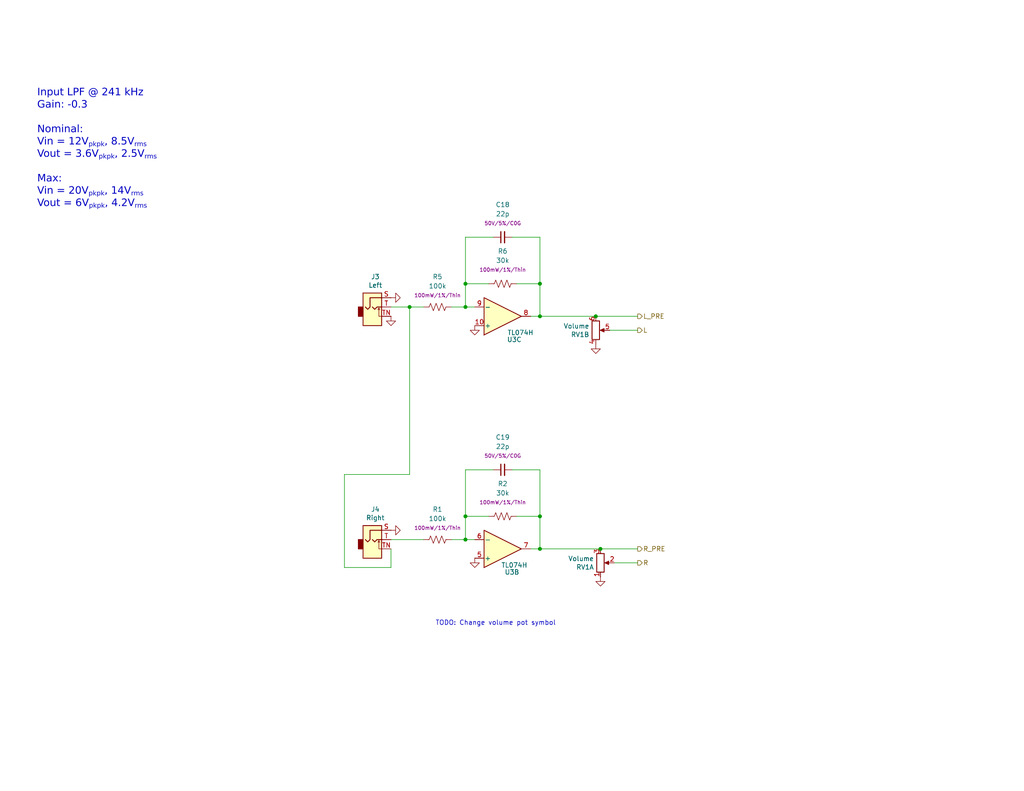
<source format=kicad_sch>
(kicad_sch (version 20231120) (generator "eeschema") (generator_version "8.0")
  (paper "USLetter")
  (title_block (title "Speak to Me") (date "2024-08-28") (rev "v10") (company "Winterbloom") (comment 1 "Alethea Flowers") (comment 2 "CERN-OHL-P v2") (comment 3 "speak.wntr.dev"))
  (lib_symbols
    (symbol "Device:C_Small" (pin_numbers hide) (pin_names (offset 0.254) hide)
      (property "Reference" "C" (at 0.254 1.778 0))
      (property "Value" "C_Small" (at 0.254 -2.032 0))
      (symbol "C_Small_0_1"
        (polyline (pts (xy -1.524 -0.508) (xy 1.524 -0.508)) (stroke (width 0.3302)))
        (polyline (pts (xy -1.524 0.508) (xy 1.524 0.508)) (stroke (width 0.3048)))
      )
      (symbol "C_Small_1_1"
        (pin passive line (at 0 2.54 270) (length 2.032) (name "~") (number "1"))
        (pin passive line (at 0 -2.54 90) (length 2.032) (name "~") (number "2"))
      )
    )
    (symbol "Device:R_POT_Dual_Separate" (pin_names (offset 1.016) hide)
      (property "Reference" "RV" (at -4.445 0 90))
      (property "Value" "Device_R_POT_Dual_Separate" (at -2.54 0 90))
      (symbol "R_POT_Dual_Separate_0_1"
        (polyline (pts (xy 2.54 0) (xy 1.524 0)))
        (polyline (pts (xy 1.143 0) (xy 2.286 0.508) (xy 2.286 -0.508) (xy 1.143 0)) (fill (type outline)))
        (rectangle (start 1.016 2.54) (end -1.016 -2.54) (stroke (width 0.254)))
      )
      (symbol "R_POT_Dual_Separate_1_1"
        (pin passive line (at 0 3.81 270) (length 1.27) (name "1") (number "1"))
        (pin passive line (at 3.81 0 180) (length 1.27) (name "2") (number "2"))
        (pin passive line (at 0 -3.81 90) (length 1.27) (name "3") (number "3"))
      )
      (symbol "R_POT_Dual_Separate_2_1"
        (pin passive line (at 0 3.81 270) (length 1.27) (name "4") (number "4"))
        (pin passive line (at 3.81 0 180) (length 1.27) (name "5") (number "5"))
        (pin passive line (at 0 -3.81 90) (length 1.27) (name "6") (number "6"))
      )
    )
    (symbol "Device:R_US" (pin_numbers hide) (pin_names (offset 0))
      (property "Reference" "R" (at 2.54 0 90))
      (property "Value" "R_US" (at -2.54 0 90))
      (symbol "R_US_0_1"
        (polyline (pts (xy 0 -2.286) (xy 0 -2.54)))
        (polyline (pts (xy 0 2.286) (xy 0 2.54)))
        (polyline (pts (xy 0 -0.762) (xy 1.016 -1.143) (xy 0 -1.524) (xy -1.016 -1.905) (xy 0 -2.286)))
        (polyline (pts (xy 0 0.762) (xy 1.016 0.381) (xy 0 0) (xy -1.016 -0.381) (xy 0 -0.762)))
        (polyline (pts (xy 0 2.286) (xy 1.016 1.905) (xy 0 1.524) (xy -1.016 1.143) (xy 0 0.762)))
      )
      (symbol "R_US_1_1"
        (pin passive line (at 0 3.81 270) (length 1.27) (name "~") (number "1"))
        (pin passive line (at 0 -3.81 90) (length 1.27) (name "~") (number "2"))
      )
    )
    (symbol "power:GND" (power) (pin_numbers hide) (pin_names (offset 0) hide)
      (property "Value" "GND" (at 0 -3.81 0))
      (symbol "GND_0_1"
        (polyline (pts (xy 0 0) (xy 0 -1.27) (xy 1.27 -1.27) (xy 0 -2.54) (xy -1.27 -1.27) (xy 0 -1.27)))
      )
      (symbol "GND_1_1"
        (pin power_in line (at 0 0 270) (length 0) (name "~") (number "1"))
      )
    )
    (symbol "winterbloom:Eurorack_Mono_Jack" (pin_names hide)
      (property "Reference" "J" (at 3.302 -4.064 0))
      (property "Value" "Eurorack_Mono_Jack" (at 0 5.08 0))
      (symbol "Eurorack_Mono_Jack_0_1"
        (rectangle (start -2.54 -5.08) (end 2.54 3.81) (stroke (width 0.254)) (fill (type background)))
        (polyline (pts (xy -1.778 -1.016) (xy -2.032 -0.508)))
        (polyline (pts (xy -2.54 1.27) (xy -1.778 1.27) (xy -1.778 -1.016) (xy -1.524 -0.508)))
        (polyline (pts (xy 0 -1.27) (xy -0.635 -0.635) (xy -1.27 -1.27) (xy -2.54 -1.27)) (stroke (width 0.254)))
        (polyline (pts (xy -2.54 -3.81) (xy 0.635 -3.81) (xy 0.635 -1.27) (xy 1.27 -0.635) (xy 1.905 -1.27)) (stroke (width 0.254)))
        (rectangle (start 2.54 -1.27) (end 3.81 1.27) (stroke (width 0.254)) (fill (type outline)))
      )
      (symbol "Eurorack_Mono_Jack_1_1"
        (pin passive line (at -5.08 -3.81 0) (length 2.54) (name "Sleeve") (number "S"))
        (pin passive line (at -5.08 -1.27 0) (length 2.54) (name "Tip") (number "T"))
        (pin passive line (at -5.08 1.27 0) (length 2.54) (name "Tip_normalize") (number "TN"))
      )
    )
    (symbol "winterbloom:TL074" (pin_names (offset 0.127))
      (property "Reference" "U" (at 0 3.81 0))
      (property "Value" "TL074" (at 0 -3.81 0))
      (symbol "TL074_1_1"
        (polyline (pts (xy -5.08 5.08) (xy 5.08 0) (xy -5.08 -5.08) (xy -5.08 5.08)) (stroke (width 0.254)) (fill (type background)))
        (pin output line (at 7.62 0 180) (length 2.54) (name "~") (number "1"))
        (pin input line (at -7.62 -2.54 0) (length 2.54) (name "-") (number "2"))
        (pin input line (at -7.62 2.54 0) (length 2.54) (name "+") (number "3"))
      )
      (symbol "TL074_2_1"
        (polyline (pts (xy -5.08 5.08) (xy 5.08 0) (xy -5.08 -5.08) (xy -5.08 5.08)) (stroke (width 0.254)) (fill (type background)))
        (pin input line (at -7.62 2.54 0) (length 2.54) (name "+") (number "5"))
        (pin input line (at -7.62 -2.54 0) (length 2.54) (name "-") (number "6"))
        (pin output line (at 7.62 0 180) (length 2.54) (name "~") (number "7"))
      )
      (symbol "TL074_3_1"
        (polyline (pts (xy -5.08 5.08) (xy 5.08 0) (xy -5.08 -5.08) (xy -5.08 5.08)) (stroke (width 0.254)) (fill (type background)))
        (pin input line (at -7.62 2.54 0) (length 2.54) (name "+") (number "10"))
        (pin output line (at 7.62 0 180) (length 2.54) (name "~") (number "8"))
        (pin input line (at -7.62 -2.54 0) (length 2.54) (name "-") (number "9"))
      )
      (symbol "TL074_4_1"
        (polyline (pts (xy -5.08 5.08) (xy 5.08 0) (xy -5.08 -5.08) (xy -5.08 5.08)) (stroke (width 0.254)) (fill (type background)))
        (pin input line (at -7.62 2.54 0) (length 2.54) (name "+") (number "12"))
        (pin input line (at -7.62 -2.54 0) (length 2.54) (name "-") (number "13"))
        (pin output line (at 7.62 0 180) (length 2.54) (name "~") (number "14"))
      )
      (symbol "TL074_5_1"
        (polyline (pts (xy -5.08 5.08) (xy 5.08 0) (xy -5.08 -5.08) (xy -5.08 5.08)) (stroke (width 0.254)) (fill (type background)))
        (pin power_in line (at -2.54 -7.62 90) (length 3.81) (name "V-") (number "11"))
        (pin power_in line (at -2.54 7.62 270) (length 3.81) (name "V+") (number "4"))
      )
    )
  )
  (junction (at 163.83 149.86))
  (junction (at 147.32 140.97))
  (junction (at 162.56 86.36))
  (junction (at 127 147.32))
  (junction (at 147.32 149.86))
  (junction (at 127 140.97))
  (junction (at 147.32 77.47))
  (junction (at 111.76 83.82))
  (junction (at 147.32 86.36))
  (junction (at 127 77.47))
  (junction (at 127 83.82))
  (wire (pts (xy 140.97 77.47) (xy 147.32 77.47)))
  (wire (pts (xy 147.32 128.27) (xy 147.32 140.97)))
  (wire (pts (xy 129.54 147.32) (xy 127 147.32)))
  (wire (pts (xy 147.32 86.36) (xy 162.56 86.36)))
  (wire (pts (xy 93.98 129.54) (xy 93.98 154.94)))
  (wire (pts (xy 144.78 86.36) (xy 147.32 86.36)))
  (wire (pts (xy 127 83.82) (xy 123.19 83.82)))
  (wire (pts (xy 106.68 147.32) (xy 115.57 147.32)))
  (wire (pts (xy 173.99 153.67) (xy 167.64 153.67)))
  (wire (pts (xy 163.83 149.86) (xy 173.99 149.86)))
  (wire (pts (xy 147.32 64.77) (xy 147.32 77.47)))
  (wire (pts (xy 127 147.32) (xy 123.19 147.32)))
  (wire (pts (xy 127 77.47) (xy 127 83.82)))
  (wire (pts (xy 106.68 154.94) (xy 93.98 154.94)))
  (wire (pts (xy 111.76 83.82) (xy 111.76 129.54)))
  (wire (pts (xy 147.32 149.86) (xy 163.83 149.86)))
  (wire (pts (xy 127 140.97) (xy 127 147.32)))
  (wire (pts (xy 127 64.77) (xy 127 77.47)))
  (wire (pts (xy 129.54 83.82) (xy 127 83.82)))
  (wire (pts (xy 140.97 140.97) (xy 147.32 140.97)))
  (wire (pts (xy 106.68 149.86) (xy 106.68 154.94)))
  (wire (pts (xy 134.62 128.27) (xy 127 128.27)))
  (wire (pts (xy 133.35 77.47) (xy 127 77.47)))
  (wire (pts (xy 93.98 129.54) (xy 111.76 129.54)))
  (wire (pts (xy 147.32 149.86) (xy 144.78 149.86)))
  (wire (pts (xy 139.7 64.77) (xy 147.32 64.77)))
  (wire (pts (xy 133.35 140.97) (xy 127 140.97)))
  (wire (pts (xy 106.68 83.82) (xy 111.76 83.82)))
  (wire (pts (xy 162.56 86.36) (xy 173.99 86.36)))
  (wire (pts (xy 139.7 128.27) (xy 147.32 128.27)))
  (wire (pts (xy 147.32 140.97) (xy 147.32 149.86)))
  (wire (pts (xy 127 64.77) (xy 134.62 64.77)))
  (wire (pts (xy 147.32 77.47) (xy 147.32 86.36)))
  (wire (pts (xy 173.99 90.17) (xy 166.37 90.17)))
  (wire (pts (xy 111.76 83.82) (xy 115.57 83.82)))
  (wire (pts (xy 127 128.27) (xy 127 140.97)))
  (text "Input LPF @ 241 kHz\nGain: -0.3\n\nNominal:\nVin = 12V_{pkpk}, 8.5V_{rms}\nVout = 3.6V_{pkpk}, 2.5V_{rms}\n\nMax:\nVin = 20V_{pkpk}, 14V_{rms}\nVout = 6V_{pkpk}, 4.2V_{rms}" (at 10.16 24.765 0) (effects (font (size 2 2)) (justify left top)))
  (text "TODO: Change volume pot symbol" (at 135.255 170.18 0) (effects (font (size 1.27 1.27))))
  (hierarchical_label "L" (shape output) (at 173.99 90.17 0))
  (hierarchical_label "L_PRE" (shape output) (at 173.99 86.36 0))
  (hierarchical_label "R_PRE" (shape output) (at 173.99 149.86 0))
  (hierarchical_label "R" (shape output) (at 173.99 153.67 0))
  (symbol (lib_id "power:GND") (at 106.68 144.78 90) (unit 1)
    (property "Reference" "#PWR05" (effects (hide yes)))
    (property "Value" "GND" (effects (hide yes)))
    (property "Description" "Power symbol creates a global label with name \"GND\" , ground" (effects (hide yes)))
  )
  (symbol (lib_id "power:GND") (at 129.54 152.4 0) (unit 1)
    (property "Reference" "#PWR013" (effects (hide yes)))
    (property "Value" "GND" (effects (hide yes)))
    (property "Description" "Power symbol creates a global label with name \"GND\" , ground" (effects (hide yes)))
  )
  (symbol (lib_id "Device:C_Small") (at 137.16 64.77 90) (unit 1)
    (property "Reference" "C18" (at 137.1663 55.88 90))
    (property "Value" "22p" (at 137.1663 58.42 90))
    (property "Footprint" "winterbloom:C_0603_HandSolder" (effects (hide yes)))
    (property "Notes" "Audio path" (effects (hide yes)))
    (property "Rating" "50V/5%/C0G" (at 137.1663 60.96 90) (effects (font (size 1 1))))
    (property "MPN" "CL10C220JB8NNNC" (effects (hide yes)))
    (property "LCSC" "C1653" (effects (hide yes)))
    (property "Substitutes Allowed" "Yes" (effects (hide yes)))
  )
  (symbol (lib_id "winterbloom:TL074") (at 137.16 86.36 0) (mirror x) (unit 3)
    (property "Reference" "U3" (at 140.335 92.71 0))
    (property "Value" "TL074H" (at 138.43 90.805 0) (effects (justify left)))
    (property "Footprint" "Package_SO:TSSOP-14_4.4x5mm_P0.65mm" (effects (hide yes)))
    (property "Datasheet" "https://www.ti.com/lit/ds/symlink/tl071.pdf" (effects (hide yes)))
    (property "Description" "Low-Power, Quad-Operational Amplifiers, TSSOP-14" (effects (hide yes)))
    (property "MPN" "TL074CPW" (effects (hide yes)))
    (property "Substitutes Allowed" "No" (effects (hide yes)))
  )
  (symbol (lib_id "power:GND") (at 106.68 86.36 0) (unit 1)
    (property "Reference" "#PWR03" (effects (hide yes)))
    (property "Value" "GND" (effects (hide yes)))
    (property "Description" "Power symbol creates a global label with name \"GND\" , ground" (effects (hide yes)))
  )
  (symbol (lib_id "Device:R_US") (at 119.38 83.82 90) (unit 1)
    (property "Reference" "R5" (at 119.38 75.565 90))
    (property "Value" "100k" (at 119.38 78.105 90))
    (property "Footprint" "winterbloom:R_0603_HandSolder" (effects (hide yes)))
    (property "Rating" "100mW/1%/Thin" (at 119.38 80.645 90) (effects (font (size 1 1))))
    (property "LCSC" "C728638" (effects (hide yes)))
    (property "Substitutes Allowed" "Yes" (effects (hide yes)))
    (property "MPN" "RT0603FRE07100KL" (effects (hide yes)))
  )
  (symbol (lib_id "Device:C_Small") (at 137.16 128.27 90) (unit 1)
    (property "Reference" "C19" (at 137.1663 119.38 90))
    (property "Value" "22p" (at 137.1663 121.92 90))
    (property "Footprint" "winterbloom:C_0603_HandSolder" (effects (hide yes)))
    (property "Notes" "Audio path" (effects (hide yes)))
    (property "Rating" "50V/5%/C0G" (at 137.1663 124.46 90) (effects (font (size 1 1))))
    (property "MPN" "CL10C220JB8NNNC" (effects (hide yes)))
    (property "LCSC" "C1653" (effects (hide yes)))
    (property "Substitutes Allowed" "Yes" (effects (hide yes)))
  )
  (symbol (lib_id "Device:R_US") (at 119.38 147.32 90) (unit 1)
    (property "Reference" "R1" (at 119.38 139.065 90))
    (property "Value" "100k" (at 119.38 141.605 90))
    (property "Footprint" "winterbloom:R_0603_HandSolder" (effects (hide yes)))
    (property "Rating" "100mW/1%/Thin" (at 119.38 144.145 90) (effects (font (size 1 1))))
    (property "LCSC" "C728638" (effects (hide yes)))
    (property "Substitutes Allowed" "Yes" (effects (hide yes)))
    (property "MPN" "RT0603FRE07100KL" (effects (hide yes)))
  )
  (symbol (lib_id "Device:R_POT_Dual_Separate") (at 162.56 90.17 0) (mirror x) (unit 2)
    (property "Reference" "RV1" (at 160.8074 91.3384 0) (effects (justify right)))
    (property "Value" "Volume" (at 160.8074 89.027 0) (effects (justify right)))
    (property "Footprint" "Potentiometer_THT:Potentiometer_Alpha_RD902F-40-00D_Dual_Vertical" (effects (hide yes)))
    (property "MPN" "Thonk 9mm B10k DUAL GANG" (effects (hide yes)))
  )
  (symbol (lib_id "power:GND") (at 162.56 93.98 0) (unit 1)
    (property "Reference" "#PWR09" (effects (hide yes)))
    (property "Value" "GND" (effects (hide yes)))
    (property "Description" "Power symbol creates a global label with name \"GND\" , ground" (effects (hide yes)))
  )
  (symbol (lib_id "winterbloom:Eurorack_Mono_Jack") (at 101.6 148.59 180) (unit 1)
    (property "Reference" "J4" (at 102.4128 139.065 0))
    (property "Value" "Right" (at 102.4128 141.3764 0))
    (property "Footprint" "winterbloom:AudioJack_WQP518MA_Compact_S_LongPads" (effects (hide yes)))
    (property "Datasheet" "http://www.qingpu-electronics.com/en/products/WQP-PJ398SM-362.html" (effects (hide yes)))
    (property "Description" "Eurorack vertical jack, 2 Poles (Mono / TS), Switched T Pole (Normalling)" (effects (hide yes)))
    (property "MPN" "WQP-WQP518MA" (effects (hide yes)))
  )
  (symbol (lib_id "winterbloom:Eurorack_Mono_Jack") (at 101.6 85.09 180) (unit 1)
    (property "Reference" "J3" (at 102.4128 75.565 0))
    (property "Value" "Left" (at 102.4128 77.8764 0))
    (property "Footprint" "winterbloom:AudioJack_WQP518MA_Compact_S_LongPads" (effects (hide yes)))
    (property "Datasheet" "http://www.qingpu-electronics.com/en/products/WQP-PJ398SM-362.html" (effects (hide yes)))
    (property "Description" "Eurorack vertical jack, 2 Poles (Mono / TS), Switched T Pole (Normalling)" (effects (hide yes)))
    (property "MPN" "WQP-WQP518MA" (effects (hide yes)))
  )
  (symbol (lib_id "winterbloom:TL074") (at 137.16 149.86 0) (mirror x) (unit 2)
    (property "Reference" "U3" (at 139.7 156.21 0))
    (property "Value" "TL074H" (at 140.335 154.305 0))
    (property "Footprint" "Package_SO:TSSOP-14_4.4x5mm_P0.65mm" (effects (hide yes)))
    (property "Datasheet" "https://www.ti.com/lit/ds/symlink/tl071.pdf" (effects (hide yes)))
    (property "Description" "Low-Power, Quad-Operational Amplifiers, TSSOP-14" (effects (hide yes)))
    (property "MPN" "TL074CPW" (effects (hide yes)))
    (property "Substitutes Allowed" "No" (effects (hide yes)))
  )
  (symbol (lib_id "power:GND") (at 106.68 81.28 90) (unit 1)
    (property "Reference" "#PWR04" (effects (hide yes)))
    (property "Value" "GND" (effects (hide yes)))
    (property "Description" "Power symbol creates a global label with name \"GND\" , ground" (effects (hide yes)))
  )
  (symbol (lib_id "Device:R_US") (at 137.16 140.97 90) (unit 1)
    (property "Reference" "R2" (at 137.16 132.08 90))
    (property "Value" "30k" (at 137.16 134.62 90))
    (property "Footprint" "winterbloom:R_0603_HandSolder" (effects (hide yes)))
    (property "Rating" "100mW/1%/Thin" (at 137.16 137.16 90) (effects (font (size 1 1))))
    (property "LCSC" "C863737" (effects (hide yes)))
    (property "Substitutes Allowed" "Yes" (effects (hide yes)))
    (property "MPN" "RT0603FRE0730KL" (effects (hide yes)))
  )
  (symbol (lib_id "Device:R_POT_Dual_Separate") (at 163.83 153.67 0) (mirror x) (unit 1)
    (property "Reference" "RV1" (at 162.0774 154.8384 0) (effects (justify right)))
    (property "Value" "Volume" (at 162.0774 152.527 0) (effects (justify right)))
    (property "Footprint" "Potentiometer_THT:Potentiometer_Alpha_RD902F-40-00D_Dual_Vertical" (effects (hide yes)))
    (property "MPN" "Thonk 9mm B10k DUAL GANG" (effects (hide yes)))
  )
  (symbol (lib_id "power:GND") (at 163.83 157.48 0) (unit 1)
    (property "Reference" "#PWR011" (effects (hide yes)))
    (property "Value" "GND" (effects (hide yes)))
    (property "Description" "Power symbol creates a global label with name \"GND\" , ground" (effects (hide yes)))
  )
  (symbol (lib_id "Device:R_US") (at 137.16 77.47 90) (unit 1)
    (property "Reference" "R6" (at 137.16 68.58 90))
    (property "Value" "30k" (at 137.16 71.12 90))
    (property "Footprint" "winterbloom:R_0603_HandSolder" (effects (hide yes)))
    (property "Rating" "100mW/1%/Thin" (at 137.16 73.66 90) (effects (font (size 1 1))))
    (property "LCSC" "C863737" (effects (hide yes)))
    (property "Substitutes Allowed" "Yes" (effects (hide yes)))
    (property "MPN" "RT0603FRE0730KL" (effects (hide yes)))
  )
  (symbol (lib_id "power:GND") (at 129.54 88.9 0) (unit 1)
    (property "Reference" "#PWR08" (effects (hide yes)))
    (property "Value" "GND" (effects (hide yes)))
    (property "Description" "Power symbol creates a global label with name \"GND\" , ground" (effects (hide yes)))
  )
)
</source>
